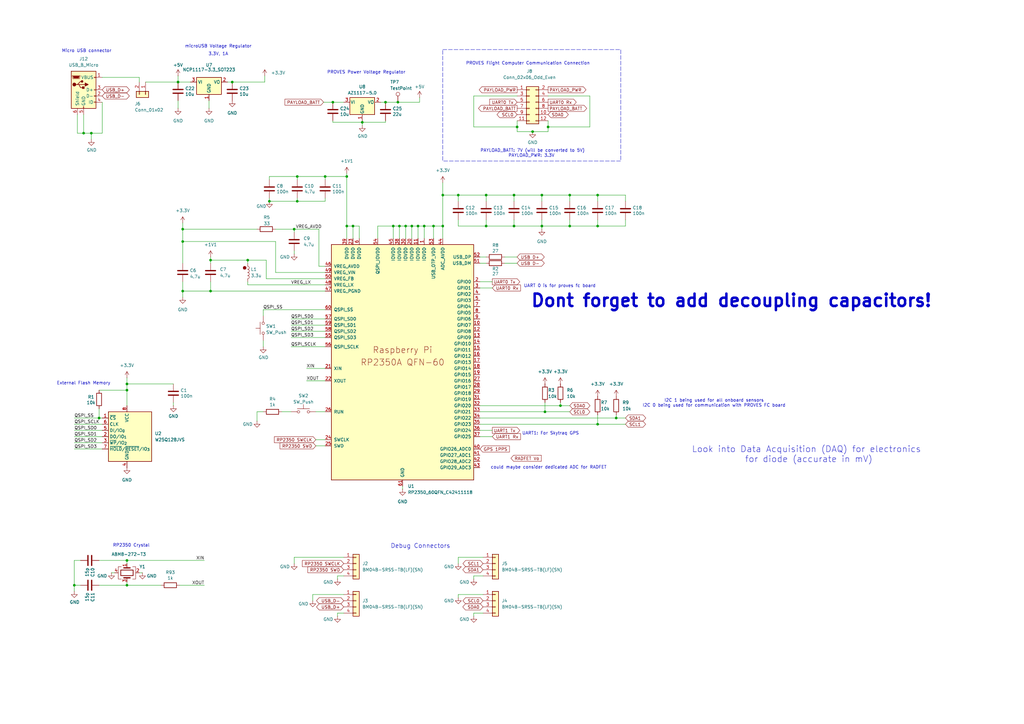
<source format=kicad_sch>
(kicad_sch (version 20250114) (generator "eeschema") (generator_version "9.0")
  (paper "A3")
  (lib_symbols
    (symbol "Connector:TestPoint" (pin_numbers (hide yes)) (pin_names (offset 0.762) (hide yes))
      (property "Reference" "TP" (at 0 6.858 0))
      (property "Value" "TestPoint" (at 0 5.08 0))
      (symbol "TestPoint_1_1"
        (pin passive line (at 0 0 90) (length 2.54) (name "1") (number "1"))
      )
    )
    (symbol "Connector:USB_B_Micro" (pin_names (offset 1.016))
      (property "Reference" "J2" (at 0 12.7 0))
      (property "Value" "USB_B_Micro" (at 0 10.16 0))
      (symbol "USB_B_Micro_1_1"
        (pin passive line (at -2.54 -10.16 90) (length 2.54) (name "Shield") (number "6"))
        (pin power_out line (at 0 -10.16 90) (length 2.54) (name "GND") (number "5"))
        (pin power_out line (at 7.62 5.08 180) (length 2.54) (name "VBUS") (number "1"))
        (pin bidirectional line (at 7.62 0 180) (length 2.54) (name "D+") (number "3"))
        (pin bidirectional line (at 7.62 -2.54 180) (length 2.54) (name "D-") (number "2"))
        (pin passive line (at 7.62 -5.08 180) (length 2.54) (name "ID") (number "4"))
      )
    )
    (symbol "Connector_Generic:Conn_01x02" (pin_names (offset 1.016) (hide yes))
      (property "Reference" "J" (at 0 2.54 0))
      (property "Value" "Conn_01x02" (at 0 -5.08 0))
      (symbol "Conn_01x02_1_1"
        (pin passive line (at -5.08 0 0) (length 3.81) (name "Pin_1") (number "1"))
        (pin passive line (at -5.08 -2.54 0) (length 3.81) (name "Pin_2") (number "2"))
      )
    )
    (symbol "Connector_Generic:Conn_01x04" (pin_names (offset 1.016) (hide yes))
      (property "Reference" "J" (at 0 5.08 0))
      (property "Value" "Conn_01x04" (at 0 -7.62 0))
      (symbol "Conn_01x04_1_1"
        (pin passive line (at -5.08 2.54 0) (length 3.81) (name "Pin_1") (number "1"))
        (pin passive line (at -5.08 0 0) (length 3.81) (name "Pin_2") (number "2"))
        (pin passive line (at -5.08 -2.54 0) (length 3.81) (name "Pin_3") (number "3"))
        (pin passive line (at -5.08 -5.08 0) (length 3.81) (name "Pin_4") (number "4"))
      )
    )
    (symbol "Connector_Generic:Conn_02x06_Odd_Even" (pin_names (offset 1.016) (hide yes))
      (property "Reference" "J" (at 1.27 7.62 0))
      (property "Value" "Conn_02x06_Odd_Even" (at 1.27 -10.16 0))
      (symbol "Conn_02x06_Odd_Even_1_1"
        (pin passive line (at -5.08 5.08 0) (length 3.81) (name "Pin_1") (number "1"))
        (pin passive line (at -5.08 2.54 0) (length 3.81) (name "Pin_3") (number "3"))
        (pin passive line (at -5.08 0 0) (length 3.81) (name "Pin_5") (number "5"))
        (pin passive line (at -5.08 -2.54 0) (length 3.81) (name "Pin_7") (number "7"))
        (pin passive line (at -5.08 -5.08 0) (length 3.81) (name "Pin_9") (number "9"))
        (pin passive line (at -5.08 -7.62 0) (length 3.81) (name "Pin_11") (number "11"))
        (pin passive line (at 7.62 5.08 180) (length 3.81) (name "Pin_2") (number "2"))
        (pin passive line (at 7.62 2.54 180) (length 3.81) (name "Pin_4") (number "4"))
        (pin passive line (at 7.62 0 180) (length 3.81) (name "Pin_6") (number "6"))
        (pin passive line (at 7.62 -2.54 180) (length 3.81) (name "Pin_8") (number "8"))
        (pin passive line (at 7.62 -5.08 180) (length 3.81) (name "Pin_10") (number "10"))
        (pin passive line (at 7.62 -7.62 180) (length 3.81) (name "Pin_12") (number "12"))
      )
    )
    (symbol "Cygnet Skywalker v1:RP2350_60QFN_C42411118" (pin_names (offset 1.016))
      (property "Reference" "U" (at -29.21 49.53 0))
      (property "Value" "RP2350_60QFN_C42411118" (at 24.13 -49.53 0))
      (symbol "RP2350_60QFN_C42411118_0_0"
        (text "Raspberry Pi" (at 0 5.08 0) (effects (font (size 2.54 2.54))))
      )
      (symbol "RP2350_60QFN_C42411118_1_0"
        (text "RP2350A QFN-60" (at 0 0 0) (effects (font (size 2.54 2.54))))
      )
      (symbol "RP2350_60QFN_C42411118_1_1"
        (pin power_in line (at -31.75 39.37 0) (length 2.54) (name "VREG_AVDD") (number "46"))
        (pin power_in line (at -31.75 36.83 0) (length 2.54) (name "VREG_VIN") (number "49"))
        (pin input line (at -31.75 34.29 0) (length 2.54) (name "VREG_FB") (number "50"))
        (pin power_out line (at -31.75 31.75 0) (length 2.54) (name "VREG_LX") (number "48"))
        (pin power_in line (at -31.75 29.21 0) (length 2.54) (name "VREG_PGND") (number "47"))
        (pin bidirectional line (at -31.75 21.59 0) (length 2.54) (name "QSPI_SS") (number "60"))
        (pin bidirectional line (at -31.75 17.78 0) (length 2.54) (name "QSPI_SD0") (number "57"))
        (pin bidirectional line (at -31.75 15.24 0) (length 2.54) (name "QSPI_SD1") (number "59"))
        (pin bidirectional line (at -31.75 12.7 0) (length 2.54) (name "QSPI_SD2") (number "58"))
        (pin bidirectional line (at -31.75 10.16 0) (length 2.54) (name "QSPI_SD3") (number "55"))
        (pin output line (at -31.75 6.35 0) (length 2.54) (name "QSPI_SCLK") (number "56"))
        (pin input line (at -31.75 -2.54 0) (length 2.54) (name "XIN") (number "21"))
        (pin passive line (at -31.75 -7.62 0) (length 2.54) (name "XOUT") (number "22"))
        (pin input line (at -31.75 -20.32 0) (length 2.54) (name "RUN") (number "26"))
        (pin output line (at -31.75 -31.75 0) (length 2.54) (name "SWCLK") (number "24"))
        (pin bidirectional line (at -31.75 -34.29 0) (length 2.54) (name "SWD") (number "25"))
        (pin power_in line (at -22.86 50.8 270) (length 2.54) (name "DVDD") (number "39"))
        (pin power_in line (at -20.32 50.8 270) (length 2.54) (name "DVDD") (number "23"))
        (pin power_in line (at -17.78 50.8 270) (length 2.54) (name "DVDD") (number "6"))
        (pin power_in line (at -10.16 50.8 270) (length 2.54) (name "QSPI_IOVDD") (number "54"))
        (pin power_in line (at -3.81 50.8 270) (length 2.54) (name "IOVDD") (number "45"))
        (pin power_in line (at -1.27 50.8 270) (length 2.54) (name "IOVDD") (number "38"))
        (pin power_in line (at 0 -50.8 90) (length 2.54) (name "GND") (number "61"))
        (pin power_in line (at 1.27 50.8 270) (length 2.54) (name "IOVDD") (number "30"))
        (pin power_in line (at 3.81 50.8 270) (length 2.54) (name "IOVDD") (number "20"))
        (pin power_in line (at 6.35 50.8 270) (length 2.54) (name "IOVDD") (number "11"))
        (pin power_in line (at 8.89 50.8 270) (length 2.54) (name "IOVDD") (number "1"))
        (pin power_in line (at 12.7 50.8 270) (length 2.54) (name "USB_OTP_VDD") (number "53"))
        (pin power_in line (at 16.51 50.8 270) (length 2.54) (name "ADC_AVDD") (number "44"))
        (pin bidirectional line (at 31.75 43.18 180) (length 2.54) (name "USB_DP") (number "52"))
        (pin bidirectional line (at 31.75 40.64 180) (length 2.54) (name "USB_DM") (number "51"))
        (pin bidirectional line (at 31.75 33.02 180) (length 2.54) (name "GPIO0") (number "2"))
        (pin bidirectional line (at 31.75 30.48 180) (length 2.54) (name "GPIO1") (number "3"))
        (pin bidirectional line (at 31.75 27.94 180) (length 2.54) (name "GPIO2") (number "4"))
        (pin bidirectional line (at 31.75 25.4 180) (length 2.54) (name "GPIO3") (number "5"))
        (pin bidirectional line (at 31.75 22.86 180) (length 2.54) (name "GPIO4") (number "7"))
        (pin bidirectional line (at 31.75 20.32 180) (length 2.54) (name "GPIO5") (number "8"))
        (pin bidirectional line (at 31.75 17.78 180) (length 2.54) (name "GPIO6") (number "9"))
        (pin bidirectional line (at 31.75 15.24 180) (length 2.54) (name "GPIO7") (number "10"))
        (pin bidirectional line (at 31.75 12.7 180) (length 2.54) (name "GPIO8") (number "12"))
        (pin bidirectional line (at 31.75 10.16 180) (length 2.54) (name "GPIO9") (number "13"))
        (pin bidirectional line (at 31.75 7.62 180) (length 2.54) (name "GPIO10") (number "14"))
        (pin bidirectional line (at 31.75 5.08 180) (length 2.54) (name "GPIO11") (number "15"))
        (pin bidirectional line (at 31.75 2.54 180) (length 2.54) (name "GPIO12") (number "16"))
        (pin bidirectional line (at 31.75 0 180) (length 2.54) (name "GPIO13") (number "17"))
        (pin bidirectional line (at 31.75 -2.54 180) (length 2.54) (name "GPIO14") (number "18"))
        (pin bidirectional line (at 31.75 -5.08 180) (length 2.54) (name "GPIO15") (number "19"))
        (pin bidirectional line (at 31.75 -7.62 180) (length 2.54) (name "GPIO16") (number "27"))
        (pin bidirectional line (at 31.75 -10.16 180) (length 2.54) (name "GPIO17") (number "28"))
        (pin bidirectional line (at 31.75 -12.7 180) (length 2.54) (name "GPIO18") (number "29"))
        (pin bidirectional line (at 31.75 -15.24 180) (length 2.54) (name "GPIO19") (number "31"))
        (pin bidirectional line (at 31.75 -17.78 180) (length 2.54) (name "GPIO20") (number "32"))
        (pin bidirectional line (at 31.75 -20.32 180) (length 2.54) (name "GPIO21") (number "33"))
        (pin bidirectional line (at 31.75 -22.86 180) (length 2.54) (name "GPIO22") (number "34"))
        (pin bidirectional line (at 31.75 -25.4 180) (length 2.54) (name "GPIO23") (number "35"))
        (pin bidirectional line (at 31.75 -27.94 180) (length 2.54) (name "GPIO24") (number "36"))
        (pin bidirectional line (at 31.75 -30.48 180) (length 2.54) (name "GPIO25") (number "37"))
        (pin bidirectional line (at 31.75 -35.56 180) (length 2.54) (name "GPIO26_ADC0") (number "40"))
        (pin bidirectional line (at 31.75 -38.1 180) (length 2.54) (name "GPIO27_ADC1") (number "41"))
        (pin bidirectional line (at 31.75 -40.64 180) (length 2.54) (name "GPIO28_ADC2") (number "42"))
        (pin bidirectional line (at 31.75 -43.18 180) (length 2.54) (name "GPIO29_ADC3") (number "43"))
      )
    )
    (symbol "Device:C" (pin_numbers (hide yes)) (pin_names (offset 0.254))
      (property "Reference" "C" (at 0.635 2.54 0))
      (property "Value" "C" (at 0.635 -2.54 0))
      (symbol "C_1_1"
        (pin passive line (at 0 3.81 270) (length 2.794) (name "~") (number "1"))
        (pin passive line (at 0 -3.81 90) (length 2.794) (name "~") (number "2"))
      )
    )
    (symbol "Device:Crystal_GND24" (pin_names (offset 1.016) (hide yes))
      (property "Reference" "Y" (at 3.175 5.08 0))
      (property "Value" "Crystal_GND24" (at 3.175 3.175 0))
      (symbol "Crystal_GND24_1_1"
        (pin passive line (at -3.81 0 0) (length 1.27) (name "1") (number "1"))
        (pin passive line (at 0 5.08 270) (length 1.27) (name "2") (number "2"))
        (pin passive line (at 0 -5.08 90) (length 1.27) (name "4") (number "4"))
        (pin passive line (at 3.81 0 180) (length 1.27) (name "3") (number "3"))
      )
    )
    (symbol "Device:L" (pin_numbers (hide yes)) (pin_names (offset 1.016) (hide yes))
      (property "Reference" "L" (at -1.27 0 90))
      (property "Value" "L" (at 1.905 0 90))
      (symbol "L_1_1"
        (pin passive line (at 0 3.81 270) (length 1.27) (name "1") (number "1"))
        (pin passive line (at 0 -3.81 90) (length 1.27) (name "2") (number "2"))
      )
    )
    (symbol "Device:R" (pin_numbers (hide yes)) (pin_names (offset 0))
      (property "Reference" "R" (at 2.032 0 90))
      (property "Value" "R" (at 0 0 90))
      (symbol "R_1_1"
        (pin passive line (at 0 3.81 270) (length 1.27) (name "~") (number "1"))
        (pin passive line (at 0 -3.81 90) (length 1.27) (name "~") (number "2"))
      )
    )
    (symbol "Memory_Flash:W25Q128JVS"
      (property "Reference" "U" (at -6.35 11.43 0))
      (property "Value" "W25Q128JVS" (at 7.62 11.43 0))
      (symbol "W25Q128JVS_1_1"
        (pin input line (at -10.16 7.62 0) (length 2.54) (name "~{CS}") (number "1"))
        (pin input line (at -10.16 5.08 0) (length 2.54) (name "CLK") (number "6"))
        (pin bidirectional line (at -10.16 2.54 0) (length 2.54) (name "DI/IO_{0}") (number "5"))
        (pin bidirectional line (at -10.16 0 0) (length 2.54) (name "DO/IO_{1}") (number "2"))
        (pin bidirectional line (at -10.16 -2.54 0) (length 2.54) (name "~{WP}/IO_{2}") (number "3"))
        (pin bidirectional line (at -10.16 -5.08 0) (length 2.54) (name "~{HOLD}/~{RESET}/IO_{3}") (number "7"))
        (pin power_in line (at 0 12.7 270) (length 2.54) (name "VCC") (number "8"))
        (pin power_in line (at 0 -12.7 90) (length 2.54) (name "GND") (number "4"))
      )
    )
    (symbol "Regulator_Linear:AZ1117-5.0" (pin_names (offset 0.254))
      (property "Reference" "U" (at -3.81 3.175 0))
      (property "Value" "AZ1117-5.0" (at 0 3.175 0))
      (symbol "AZ1117-5.0_1_1"
        (pin power_in line (at -7.62 0 0) (length 2.54) (name "VI") (number "3"))
        (pin power_in line (at 0 -7.62 90) (length 2.54) (name "GND") (number "1"))
        (pin power_out line (at 7.62 0 180) (length 2.54) (name "VO") (number "2"))
      )
    )
    (symbol "Regulator_Linear:NCP1117-3.3_SOT223"
      (property "Reference" "U" (at -3.81 3.175 0))
      (property "Value" "NCP1117-3.3_SOT223" (at 0 3.175 0))
      (symbol "NCP1117-3.3_SOT223_1_1"
        (pin power_in line (at -7.62 0 0) (length 2.54) (name "VI") (number "3"))
        (pin power_in line (at 0 -7.62 90) (length 2.54) (name "GND") (number "1"))
        (pin power_out line (at 7.62 0 180) (length 2.54) (name "VO") (number "2"))
      )
    )
    (symbol "Switch:SW_Push" (pin_numbers (hide yes)) (pin_names (offset 1.016) (hide yes))
      (property "Reference" "SW" (at 1.27 2.54 0))
      (property "Value" "SW_Push" (at 0 -1.524 0))
      (symbol "SW_Push_0_1"
        (pin passive line (at -5.08 0 0) (length 2.54) (name "1") (number "1"))
        (pin passive line (at 5.08 0 180) (length 2.54) (name "2") (number "2"))
      )
    )
    (symbol "power:+1V1" (power) (pin_numbers (hide yes)) (pin_names (offset 0) (hide yes))
      (property "Value" "+1V1" (at 0 3.556 0))
      (symbol "+1V1_1_1"
        (pin power_in line (at 0 0 90) (length 0) (name "~") (number "1"))
      )
    )
    (symbol "power:+3.3V" (power) (pin_numbers (hide yes)) (pin_names (offset 0) (hide yes))
      (property "Value" "+3.3V" (at 0 3.556 0))
      (symbol "+3.3V_1_1"
        (pin power_in line (at 0 0 90) (length 0) (name "~") (number "1"))
      )
    )
    (symbol "power:+5V" (power) (pin_numbers (hide yes)) (pin_names (offset 0) (hide yes))
      (property "Value" "+5V" (at 0 3.556 0))
      (symbol "+5V_1_1"
        (pin power_in line (at 0 0 90) (length 0) (name "~") (number "1"))
      )
    )
    (symbol "power:GND" (power) (pin_numbers (hide yes)) (pin_names (offset 0) (hide yes))
      (property "Value" "GND" (at 0 -3.81 0))
      (symbol "GND_1_1"
        (pin power_in line (at 0 0 270) (length 0) (name "~") (number "1"))
      )
    )
  )
  (rectangle (start 181.61 20.32) (end 254.635 66.04) (stroke (width 0) (type dash)))
  (circle (center 100.33 109.855) (radius 0.635) (stroke (width 0) (color 132 0 0 1)) (fill (type color) (color 132 0 0 1)))
  (text "PROVES Flight Computer Communication Connection" (at 216.535 26.035 0) (effects (font (size 1.27 1.27))))
  (text "Dont forget to add decoupling capacitors!" (at 299.974 123.444 0) (effects (font (size 5.08 5.08) (thickness 1.016) (bold yes))))
  (text "could maybe consider dedicated ADC for RADFET" (at 225.044 191.77 0) (effects (font (size 1.27 1.27))))
  (text "UART 0 is for proves fc board" (at 229.616 117.348 0) (effects (font (size 1.27 1.27))))
  (text "Look into Data Acquisition (DAQ) for electronics \nfor diode (accurate in mV)" (at 331.724 186.436 0) (effects (font (size 2.54 2.54))))
  (text "microUSB Voltage Regulator" (at 89.535 19.05 0) (effects (font (size 1.27 1.27))))
  (text "UART1: For Skytraq GPS" (at 225.806 177.8 0) (effects (font (size 1.27 1.27))))
  (text "I2C 1 being used for all onboard sensors\nI2C 0 being used for communication with PROVES FC board" (at 292.862 165.354 0) (effects (font (size 1.27 1.27))))
  (text "3.3V, 1A" (at 89.535 22.225 0) (effects (font (size 1.27 1.27))))
  (text "PAYLOAD_BATT: 7V (will be converted to 5V)\nPAYLOAD_PWR: 3.3V " (at 218.44 62.865 0) (effects (font (size 1.27 1.27))))
  (text "Micro USB connector" (at 35.56 20.955 0) (effects (font (size 1.27 1.27))))
  (text "RP2350 Crystal" (at 53.848 223.774 0) (effects (font (size 1.27 1.27))))
  (text "Debug Connectors" (at 172.466 224.028 0) (effects (font (size 1.778 1.778))))
  (text "External Flash Memory" (at 34.29 157.226 0) (effects (font (size 1.27 1.27))))
  (text "PROVES Power Voltage Regulator" (at 150.241 29.718 0) (effects (font (size 1.27 1.27))))
  (junction (at 173.99 92.71))
  (junction (at 233.68 92.71))
  (junction (at 199.39 80.01))
  (junction (at 161.29 92.71))
  (junction (at 121.92 72.39))
  (junction (at 245.11 92.71))
  (junction (at 52.07 157.48))
  (junction (at 86.36 106.68))
  (junction (at 245.11 80.01))
  (junction (at 73.025 33.655))
  (junction (at 34.29 54.61))
  (junction (at 218.44 53.975))
  (junction (at 168.91 92.71))
  (junction (at 142.24 72.39))
  (junction (at 144.78 92.71))
  (junction (at 222.25 80.01))
  (junction (at 245.11 173.99))
  (junction (at 177.8 92.71))
  (junction (at 222.25 92.71))
  (junction (at 101.6 106.68))
  (junction (at 212.09 52.07))
  (junction (at 163.195 41.91))
  (junction (at 181.61 80.01))
  (junction (at 74.93 93.98))
  (junction (at 95.25 33.655))
  (junction (at 224.79 52.07))
  (junction (at 52.07 160.02))
  (junction (at 121.92 82.55))
  (junction (at 223.52 168.91))
  (junction (at 148.59 50.165))
  (junction (at 199.39 92.71))
  (junction (at 181.61 92.71))
  (junction (at 133.35 72.39))
  (junction (at 74.93 119.38))
  (junction (at 136.525 41.91))
  (junction (at 163.83 92.71))
  (junction (at 229.87 166.37))
  (junction (at 142.24 92.71))
  (junction (at 110.49 82.55))
  (junction (at 40.64 171.45))
  (junction (at 171.45 92.71))
  (junction (at 158.115 41.91))
  (junction (at 187.96 80.01))
  (junction (at 166.37 92.71))
  (junction (at 30.48 240.03))
  (junction (at 233.68 80.01))
  (junction (at 74.93 99.06))
  (junction (at 210.82 80.01))
  (junction (at 86.36 119.38))
  (junction (at 210.82 92.71))
  (junction (at 52.07 229.87))
  (junction (at 120.65 93.98))
  (junction (at 52.07 240.03))
  (junction (at 37.465 54.61))
  (junction (at 252.73 171.45))
  (wire (pts (xy 196.85 166.37) (xy 229.87 166.37)))
  (wire (pts (xy 125.73 151.13) (xy 133.35 151.13)))
  (wire (pts (xy 59.69 33.655) (xy 73.025 33.655)))
  (wire (pts (xy 199.39 92.71) (xy 210.82 92.71)))
  (wire (pts (xy 207.01 105.41) (xy 212.09 105.41)))
  (wire (pts (xy 113.03 93.98) (xy 120.65 93.98)))
  (wire (pts (xy 173.99 92.71) (xy 171.45 92.71)))
  (wire (pts (xy 107.95 127) (xy 133.35 127)))
  (wire (pts (xy 52.07 231.14) (xy 52.07 229.87)))
  (wire (pts (xy 52.07 157.48) (xy 52.07 160.02)))
  (wire (pts (xy 233.68 168.91) (xy 223.52 168.91)))
  (wire (pts (xy 74.93 93.98) (xy 74.93 99.06)))
  (wire (pts (xy 245.11 173.99) (xy 196.85 173.99)))
  (wire (pts (xy 115.57 168.91) (xy 119.38 168.91)))
  (wire (pts (xy 108.585 31.115) (xy 108.585 33.655)))
  (wire (pts (xy 86.36 105.41) (xy 86.36 106.68)))
  (wire (pts (xy 109.22 106.68) (xy 101.6 106.68)))
  (wire (pts (xy 138.43 236.22) (xy 138.43 237.49)))
  (wire (pts (xy 181.61 80.01) (xy 181.61 92.71)))
  (wire (pts (xy 148.59 50.165) (xy 148.59 51.435)))
  (wire (pts (xy 256.54 173.99) (xy 245.11 173.99)))
  (wire (pts (xy 201.93 118.11) (xy 196.85 118.11)))
  (wire (pts (xy 245.11 170.18) (xy 245.11 173.99)))
  (wire (pts (xy 120.65 93.98) (xy 120.65 95.25)))
  (wire (pts (xy 73.025 44.45) (xy 73.025 41.275)))
  (wire (pts (xy 73.66 240.03) (xy 83.82 240.03)))
  (wire (pts (xy 172.085 41.91) (xy 172.085 40.005)))
  (wire (pts (xy 40.64 229.87) (xy 52.07 229.87)))
  (wire (pts (xy 101.6 106.68) (xy 101.6 107.95)))
  (wire (pts (xy 222.25 93.98) (xy 222.25 92.71)))
  (wire (pts (xy 233.68 92.71) (xy 245.11 92.71)))
  (wire (pts (xy 194.31 236.22) (xy 194.31 237.49)))
  (wire (pts (xy 166.37 92.71) (xy 166.37 97.79)))
  (wire (pts (xy 223.52 165.1) (xy 223.52 168.91)))
  (wire (pts (xy 107.95 139.7) (xy 107.95 142.24)))
  (wire (pts (xy 196.85 107.95) (xy 199.39 107.95)))
  (wire (pts (xy 198.12 243.84) (xy 187.96 243.84)))
  (wire (pts (xy 34.29 54.61) (xy 37.465 54.61)))
  (wire (pts (xy 187.96 243.84) (xy 187.96 245.11)))
  (wire (pts (xy 74.93 99.06) (xy 74.93 107.95)))
  (wire (pts (xy 128.27 243.84) (xy 128.27 246.38)))
  (wire (pts (xy 130.81 109.22) (xy 133.35 109.22)))
  (wire (pts (xy 30.48 181.61) (xy 41.91 181.61)))
  (wire (pts (xy 85.725 41.275) (xy 85.725 44.45)))
  (wire (pts (xy 199.39 80.01) (xy 199.39 82.55)))
  (wire (pts (xy 222.25 80.01) (xy 222.25 82.55)))
  (wire (pts (xy 196.85 171.45) (xy 252.73 171.45)))
  (wire (pts (xy 107.95 168.91) (xy 105.41 168.91)))
  (wire (pts (xy 194.31 252.73) (xy 194.31 251.46)))
  (wire (pts (xy 210.82 92.71) (xy 210.82 90.17)))
  (wire (pts (xy 52.07 240.03) (xy 66.04 240.03)))
  (wire (pts (xy 201.93 179.07) (xy 196.85 179.07)))
  (wire (pts (xy 86.36 119.38) (xy 133.35 119.38)))
  (wire (pts (xy 194.31 52.07) (xy 212.09 52.07)))
  (wire (pts (xy 30.48 176.53) (xy 41.91 176.53)))
  (wire (pts (xy 119.38 130.81) (xy 133.35 130.81)))
  (wire (pts (xy 30.48 229.87) (xy 30.48 240.03)))
  (wire (pts (xy 129.54 180.34) (xy 133.35 180.34)))
  (wire (pts (xy 138.43 251.46) (xy 138.43 252.73)))
  (wire (pts (xy 110.49 72.39) (xy 121.92 72.39)))
  (wire (pts (xy 187.96 92.71) (xy 187.96 90.17)))
  (wire (pts (xy 199.39 92.71) (xy 199.39 90.17)))
  (wire (pts (xy 105.41 168.91) (xy 105.41 172.72)))
  (wire (pts (xy 132.715 41.91) (xy 136.525 41.91)))
  (wire (pts (xy 241.935 39.37) (xy 241.935 52.07)))
  (wire (pts (xy 142.24 72.39) (xy 142.24 92.71)))
  (wire (pts (xy 52.07 154.94) (xy 52.07 157.48)))
  (wire (pts (xy 101.6 116.84) (xy 133.35 116.84)))
  (wire (pts (xy 121.92 81.28) (xy 121.92 82.55)))
  (wire (pts (xy 52.07 229.87) (xy 83.82 229.87)))
  (wire (pts (xy 224.79 52.07) (xy 224.79 53.975)))
  (wire (pts (xy 161.29 92.71) (xy 161.29 97.79)))
  (wire (pts (xy 156.21 41.91) (xy 158.115 41.91)))
  (wire (pts (xy 129.54 168.91) (xy 133.35 168.91)))
  (wire (pts (xy 163.195 41.91) (xy 172.085 41.91)))
  (wire (pts (xy 120.65 231.14) (xy 120.65 228.6)))
  (wire (pts (xy 74.93 93.98) (xy 105.41 93.98)))
  (wire (pts (xy 245.11 80.01) (xy 245.11 82.55)))
  (wire (pts (xy 86.36 106.68) (xy 101.6 106.68)))
  (wire (pts (xy 256.54 80.01) (xy 256.54 82.55)))
  (wire (pts (xy 71.12 165.1) (xy 71.12 166.37)))
  (wire (pts (xy 233.68 166.37) (xy 229.87 166.37)))
  (wire (pts (xy 198.12 228.6) (xy 187.96 228.6)))
  (wire (pts (xy 110.49 73.66) (xy 110.49 72.39)))
  (wire (pts (xy 119.38 142.24) (xy 133.35 142.24)))
  (wire (pts (xy 212.09 53.975) (xy 218.44 53.975)))
  (wire (pts (xy 74.93 99.06) (xy 113.03 99.06)))
  (wire (pts (xy 40.64 240.03) (xy 52.07 240.03)))
  (wire (pts (xy 148.59 50.165) (xy 148.59 49.53)))
  (wire (pts (xy 73.025 33.655) (xy 78.105 33.655)))
  (wire (pts (xy 133.35 73.66) (xy 133.35 72.39)))
  (wire (pts (xy 33.02 240.03) (xy 30.48 240.03)))
  (wire (pts (xy 210.82 80.01) (xy 210.82 82.55)))
  (wire (pts (xy 187.96 80.01) (xy 181.61 80.01)))
  (wire (pts (xy 30.48 171.45) (xy 40.64 171.45)))
  (wire (pts (xy 113.03 111.76) (xy 133.35 111.76)))
  (wire (pts (xy 187.96 92.71) (xy 199.39 92.71)))
  (wire (pts (xy 233.68 80.01) (xy 233.68 82.55)))
  (wire (pts (xy 74.93 115.57) (xy 74.93 119.38)))
  (wire (pts (xy 74.93 91.44) (xy 74.93 93.98)))
  (wire (pts (xy 45.72 234.95) (xy 46.99 234.95)))
  (wire (pts (xy 144.78 92.71) (xy 144.78 97.79)))
  (wire (pts (xy 222.25 92.71) (xy 233.68 92.71)))
  (wire (pts (xy 142.24 92.71) (xy 142.24 97.79)))
  (wire (pts (xy 125.73 156.21) (xy 133.35 156.21)))
  (wire (pts (xy 119.38 138.43) (xy 133.35 138.43)))
  (wire (pts (xy 37.465 54.61) (xy 41.91 54.61)))
  (wire (pts (xy 163.83 92.71) (xy 161.29 92.71)))
  (wire (pts (xy 34.29 46.99) (xy 34.29 54.61)))
  (wire (pts (xy 142.24 92.71) (xy 144.78 92.71)))
  (wire (pts (xy 93.345 33.655) (xy 95.25 33.655)))
  (wire (pts (xy 41.91 41.91) (xy 41.91 54.61)))
  (wire (pts (xy 210.82 92.71) (xy 222.25 92.71)))
  (wire (pts (xy 165.1 200.66) (xy 165.1 199.39)))
  (wire (pts (xy 154.94 97.79) (xy 154.94 92.71)))
  (wire (pts (xy 177.8 92.71) (xy 173.99 92.71)))
  (wire (pts (xy 52.07 238.76) (xy 52.07 240.03)))
  (wire (pts (xy 107.95 127) (xy 107.95 129.54)))
  (wire (pts (xy 110.49 81.28) (xy 110.49 82.55)))
  (wire (pts (xy 121.92 73.66) (xy 121.92 72.39)))
  (wire (pts (xy 110.49 82.55) (xy 121.92 82.55)))
  (wire (pts (xy 40.64 167.64) (xy 40.64 171.45)))
  (wire (pts (xy 194.31 251.46) (xy 198.12 251.46)))
  (wire (pts (xy 142.24 71.12) (xy 142.24 72.39)))
  (wire (pts (xy 187.96 80.01) (xy 199.39 80.01)))
  (wire (pts (xy 245.11 80.01) (xy 256.54 80.01)))
  (wire (pts (xy 212.09 39.37) (xy 194.31 39.37)))
  (wire (pts (xy 133.35 114.3) (xy 109.22 114.3)))
  (wire (pts (xy 198.12 236.22) (xy 194.31 236.22)))
  (wire (pts (xy 73.025 31.115) (xy 73.025 33.655)))
  (wire (pts (xy 233.68 80.01) (xy 245.11 80.01)))
  (wire (pts (xy 31.75 46.99) (xy 31.75 54.61)))
  (wire (pts (xy 86.36 107.95) (xy 86.36 106.68)))
  (wire (pts (xy 245.11 92.71) (xy 245.11 90.17)))
  (wire (pts (xy 224.79 53.975) (xy 218.44 53.975)))
  (wire (pts (xy 147.32 97.79) (xy 147.32 92.71)))
  (wire (pts (xy 33.02 229.87) (xy 30.48 229.87)))
  (wire (pts (xy 168.91 92.71) (xy 168.91 97.79)))
  (wire (pts (xy 136.525 41.91) (xy 140.97 41.91)))
  (wire (pts (xy 119.38 133.35) (xy 133.35 133.35)))
  (wire (pts (xy 233.68 92.71) (xy 233.68 90.17)))
  (wire (pts (xy 109.22 114.3) (xy 109.22 106.68)))
  (wire (pts (xy 101.6 116.84) (xy 101.6 115.57)))
  (wire (pts (xy 222.25 80.01) (xy 233.68 80.01)))
  (wire (pts (xy 30.48 184.15) (xy 41.91 184.15)))
  (wire (pts (xy 223.52 168.91) (xy 196.85 168.91)))
  (wire (pts (xy 74.93 119.38) (xy 74.93 121.92)))
  (wire (pts (xy 74.93 119.38) (xy 86.36 119.38)))
  (wire (pts (xy 30.48 240.03) (xy 30.48 242.57)))
  (wire (pts (xy 177.8 92.71) (xy 177.8 97.79)))
  (wire (pts (xy 201.93 115.57) (xy 196.85 115.57)))
  (wire (pts (xy 119.38 135.89) (xy 133.35 135.89)))
  (wire (pts (xy 154.94 92.71) (xy 161.29 92.71)))
  (wire (pts (xy 166.37 92.71) (xy 163.83 92.71)))
  (wire (pts (xy 121.92 72.39) (xy 133.35 72.39)))
  (wire (pts (xy 136.525 50.165) (xy 136.525 49.53)))
  (wire (pts (xy 158.115 50.165) (xy 148.59 50.165)))
  (wire (pts (xy 181.61 92.71) (xy 177.8 92.71)))
  (wire (pts (xy 120.65 104.14) (xy 120.65 102.87)))
  (wire (pts (xy 181.61 92.71) (xy 181.61 97.79)))
  (wire (pts (xy 30.48 179.07) (xy 41.91 179.07)))
  (wire (pts (xy 133.35 72.39) (xy 142.24 72.39)))
  (wire (pts (xy 57.15 31.75) (xy 57.15 33.655)))
  (wire (pts (xy 121.92 82.55) (xy 133.35 82.55)))
  (wire (pts (xy 171.45 92.71) (xy 171.45 97.79)))
  (wire (pts (xy 187.96 228.6) (xy 187.96 231.14)))
  (wire (pts (xy 57.15 234.95) (xy 58.42 234.95)))
  (wire (pts (xy 256.54 92.71) (xy 256.54 90.17)))
  (wire (pts (xy 52.07 157.48) (xy 71.12 157.48)))
  (wire (pts (xy 194.31 39.37) (xy 194.31 52.07)))
  (wire (pts (xy 120.65 93.98) (xy 130.81 93.98)))
  (wire (pts (xy 158.115 41.91) (xy 163.195 41.91)))
  (wire (pts (xy 201.93 176.53) (xy 196.85 176.53)))
  (wire (pts (xy 168.91 92.71) (xy 166.37 92.71)))
  (wire (pts (xy 108.585 33.655) (xy 95.25 33.655)))
  (wire (pts (xy 136.525 50.165) (xy 148.59 50.165)))
  (wire (pts (xy 120.65 228.6) (xy 140.97 228.6)))
  (wire (pts (xy 140.97 243.84) (xy 128.27 243.84)))
  (wire (pts (xy 37.465 54.61) (xy 37.465 57.15)))
  (wire (pts (xy 199.39 80.01) (xy 210.82 80.01)))
  (wire (pts (xy 256.54 171.45) (xy 252.73 171.45)))
  (wire (pts (xy 171.45 92.71) (xy 168.91 92.71)))
  (wire (pts (xy 40.64 160.02) (xy 52.07 160.02)))
  (wire (pts (xy 144.78 92.71) (xy 147.32 92.71)))
  (wire (pts (xy 222.25 92.71) (xy 222.25 90.17)))
  (wire (pts (xy 41.91 31.75) (xy 57.15 31.75)))
  (wire (pts (xy 224.79 39.37) (xy 241.935 39.37)))
  (wire (pts (xy 187.96 80.01) (xy 187.96 82.55)))
  (wire (pts (xy 224.79 49.53) (xy 224.79 52.07)))
  (wire (pts (xy 52.07 160.02) (xy 52.07 166.37)))
  (wire (pts (xy 196.85 105.41) (xy 199.39 105.41)))
  (wire (pts (xy 133.35 82.55) (xy 133.35 81.28)))
  (wire (pts (xy 40.64 171.45) (xy 41.91 171.45)))
  (wire (pts (xy 31.75 54.61) (xy 34.29 54.61)))
  (wire (pts (xy 245.11 92.71) (xy 256.54 92.71)))
  (wire (pts (xy 252.73 170.18) (xy 252.73 171.45)))
  (wire (pts (xy 140.97 236.22) (xy 138.43 236.22)))
  (wire (pts (xy 140.97 251.46) (xy 138.43 251.46)))
  (wire (pts (xy 158.115 50.165) (xy 158.115 49.53)))
  (wire (pts (xy 229.87 165.1) (xy 229.87 166.37)))
  (wire (pts (xy 113.03 99.06) (xy 113.03 111.76)))
  (wire (pts (xy 241.935 52.07) (xy 224.79 52.07)))
  (wire (pts (xy 163.83 92.71) (xy 163.83 97.79)))
  (wire (pts (xy 210.82 80.01) (xy 222.25 80.01)))
  (wire (pts (xy 173.99 92.71) (xy 173.99 97.79)))
  (wire (pts (xy 30.48 173.99) (xy 41.91 173.99)))
  (wire (pts (xy 207.01 107.95) (xy 212.09 107.95)))
  (wire (pts (xy 212.09 52.07) (xy 212.09 53.975)))
  (wire (pts (xy 130.81 93.98) (xy 130.81 109.22)))
  (wire (pts (xy 129.54 182.88) (xy 133.35 182.88)))
  (wire (pts (xy 181.61 74.93) (xy 181.61 80.01)))
  (wire (pts (xy 86.36 115.57) (xy 86.36 119.38)))
  (wire (pts (xy 212.09 49.53) (xy 212.09 52.07)))
  (label "QSPI_SD1" (at 30.48 179.07 0))
  (label "XOUT" (at 83.82 240.03 180))
  (label "QSPI_SD0" (at 119.38 130.81 0))
  (label "QSPI_SS" (at 107.95 127 0))
  (label "VREG_AVDD" (at 121.285 93.98 0))
  (label "QSPI_SCLK" (at 30.48 173.99 0))
  (label "QSPI_SD3" (at 119.38 138.43 0))
  (label "XOUT" (at 125.73 156.21 0))
  (label "XIN" (at 125.73 151.13 0))
  (label "QSPI_SS" (at 30.48 171.45 0))
  (label "VREG_LX" (at 119.38 116.84 0))
  (label "QSPI_SD0" (at 30.48 176.53 0))
  (label "QSPI_SCLK" (at 119.38 142.24 0))
  (label "QSPI_SD3" (at 30.48 184.15 0))
  (label "XIN" (at 83.82 229.87 180))
  (label "QSPI_SD1" (at 119.38 133.35 0))
  (label "QSPI_SD2" (at 30.48 181.61 0))
  (label "QSPI_SD2" (at 119.38 135.89 0))
  (global_label "PAYLOAD_PWR" (shape output) (at 212.09 36.83 180) (property "Intersheetrefs" "${INTERSHEET_REFS}" (effects (hide yes))))
  (global_label "UART0 Rx" (shape output) (at 224.79 41.91 0) (property "Intersheetrefs" "${INTERSHEET_REFS}" (effects (hide yes))))
  (global_label "PAYLOAD_PWR" (shape output) (at 224.79 36.83 0) (property "Intersheetrefs" "${INTERSHEET_REFS}" (effects (hide yes))))
  (global_label "PAYLOAD_BATT" (shape output) (at 212.09 44.45 180) (property "Intersheetrefs" "${INTERSHEET_REFS}" (effects (hide yes))))
  (global_label "SDA1" (shape bidirectional) (at 198.12 233.68 180) (property "Intersheetrefs" "${INTERSHEET_REFS}" (effects (hide yes))))
  (global_label "SCL0" (shape bidirectional) (at 212.09 46.99 180) (property "Intersheetrefs" "${INTERSHEET_REFS}" (effects (hide yes))))
  (global_label "USB_D+" (shape bidirectional) (at 140.97 248.92 180) (effects (font (thickness 0.1588))) (property "Intersheetrefs" "${INTERSHEET_REFS}" (effects (hide yes))))
  (global_label "USB D+" (shape bidirectional) (at 212.09 105.41 0) (property "Intersheetrefs" "${INTERSHEET_REFS}" (effects (hide yes))))
  (global_label "RP2350 SWD" (shape input) (at 140.97 233.68 180) (property "Intersheetrefs" "${INTERSHEET_REFS}" (effects (hide yes))))
  (global_label "UART0 Rx" (shape input) (at 201.93 118.11 0) (property "Intersheetrefs" "${INTERSHEET_REFS}" (effects (hide yes))))
  (global_label "RP2350 SWCLK" (shape input) (at 129.54 180.34 180) (property "Intersheetrefs" "${INTERSHEET_REFS}" (effects (hide yes))))
  (global_label "SCL0" (shape bidirectional) (at 233.68 168.91 0) (property "Intersheetrefs" "${INTERSHEET_REFS}" (effects (hide yes))))
  (global_label "RP2350 SWD" (shape input) (at 129.54 182.88 180) (property "Intersheetrefs" "${INTERSHEET_REFS}" (effects (hide yes))))
  (global_label "USB_D-" (shape bidirectional) (at 140.97 246.38 180) (effects (font (thickness 0.1588))) (property "Intersheetrefs" "${INTERSHEET_REFS}" (effects (hide yes))))
  (global_label "SDA0" (shape bidirectional) (at 233.68 166.37 0) (property "Intersheetrefs" "${INTERSHEET_REFS}" (effects (hide yes))))
  (global_label "UART1 Tx" (shape output) (at 201.93 176.53 0) (property "Intersheetrefs" "${INTERSHEET_REFS}" (effects (hide yes))))
  (global_label "SDA1" (shape bidirectional) (at 256.54 171.45 0) (property "Intersheetrefs" "${INTERSHEET_REFS}" (effects (hide yes))))
  (global_label "UART1 Rx" (shape input) (at 201.93 179.07 0) (property "Intersheetrefs" "${INTERSHEET_REFS}" (effects (hide yes))))
  (global_label "UART0 Tx" (shape input) (at 212.09 41.91 180) (property "Intersheetrefs" "${INTERSHEET_REFS}" (effects (hide yes))))
  (global_label "SCL0" (shape bidirectional) (at 198.12 246.38 180) (property "Intersheetrefs" "${INTERSHEET_REFS}" (effects (hide yes))))
  (global_label "SDA0" (shape bidirectional) (at 224.79 46.99 0) (property "Intersheetrefs" "${INTERSHEET_REFS}" (effects (hide yes))))
  (global_label "USB_D-" (shape bidirectional) (at 41.91 39.37 0) (effects (font (thickness 0.1588))) (property "Intersheetrefs" "${INTERSHEET_REFS}" (effects (hide yes))))
  (global_label "RP2350 SWCLK" (shape input) (at 140.97 231.14 180) (property "Intersheetrefs" "${INTERSHEET_REFS}" (effects (hide yes))))
  (global_label "PAYLOAD_BATT" (shape output) (at 224.79 44.45 0) (property "Intersheetrefs" "${INTERSHEET_REFS}" (effects (hide yes))))
  (global_label "UART0 Tx" (shape output) (at 201.93 115.57 0) (property "Intersheetrefs" "${INTERSHEET_REFS}" (effects (hide yes))))
  (global_label "PAYLOAD_BATT" (shape input) (at 132.715 41.91 180) (property "Intersheetrefs" "${INTERSHEET_REFS}" (effects (hide yes))))
  (global_label "SDA0" (shape bidirectional) (at 198.12 248.92 180) (property "Intersheetrefs" "${INTERSHEET_REFS}" (effects (hide yes))))
  (global_label "USB_D+" (shape bidirectional) (at 41.91 36.83 0) (effects (font (thickness 0.1588))) (property "Intersheetrefs" "${INTERSHEET_REFS}" (effects (hide yes))))
  (global_label "SCL1" (shape bidirectional) (at 198.12 231.14 180) (property "Intersheetrefs" "${INTERSHEET_REFS}" (effects (hide yes))))
  (global_label "USB D-" (shape bidirectional) (at 212.09 107.95 0) (property "Intersheetrefs" "${INTERSHEET_REFS}" (effects (hide yes))))
  (global_label "RADFET Vo" (shape input) (at 209.55 187.96 0) (property "Intersheetrefs" "${INTERSHEET_REFS}" (effects (hide yes))))
  (global_label "SCL1" (shape bidirectional) (at 256.54 173.99 0) (property "Intersheetrefs" "${INTERSHEET_REFS}" (effects (hide yes))))
  (global_label "GPS 1PPS" (shape input) (at 196.85 184.15 0) (property "Intersheetrefs" "${INTERSHEET_REFS}" (effects (hide yes))))
  (symbol (lib_id "Device:R") (at 203.2 105.41 270) (unit 1)
    (property "Reference" "R8" (at 203.2 100.584 90))
    (property "Value" "27" (at 203.2 102.8954 90))
    (property "Footprint" "Resistor_SMD:R_0402_1005Metric" (effects (hide yes)))
  )
  (symbol (lib_id "Device:C") (at 187.96 86.36 0) (unit 1)
    (property "Reference" "C12" (at 190.881 85.1916 0) (effects (justify left)))
    (property "Value" "100n" (at 190.881 87.503 0) (effects (justify left)))
  )
  (symbol (lib_id "Device:C") (at 199.39 86.36 0) (unit 1)
    (property "Reference" "C13" (at 202.311 85.1916 0) (effects (justify left)))
    (property "Value" "100n" (at 202.311 87.503 0) (effects (justify left)))
  )
  (symbol (lib_id "Device:C") (at 210.82 86.36 0) (unit 1)
    (property "Reference" "C14" (at 213.741 85.1916 0) (effects (justify left)))
    (property "Value" "100n" (at 213.741 87.503 0) (effects (justify left)))
  )
  (symbol (lib_id "Device:C") (at 222.25 86.36 0) (unit 1)
    (property "Reference" "C15" (at 225.171 85.1916 0) (effects (justify left)))
    (property "Value" "100n" (at 225.171 87.503 0) (effects (justify left)))
  )
  (symbol (lib_id "Device:C") (at 233.68 86.36 0) (unit 1)
    (property "Reference" "C16" (at 236.601 85.1916 0) (effects (justify left)))
    (property "Value" "100n" (at 236.601 87.503 0) (effects (justify left)))
  )
  (symbol (lib_id "Device:C") (at 245.11 86.36 0) (unit 1)
    (property "Reference" "C17" (at 248.031 85.1916 0) (effects (justify left)))
    (property "Value" "100n" (at 248.031 87.503 0) (effects (justify left)))
  )
  (symbol (lib_id "Device:R") (at 40.64 163.83 0) (unit 1)
    (property "Reference" "R1" (at 37.338 162.814 0))
    (property "Value" "10k" (at 37.338 165.1254 0))
    (property "Footprint" "Resistor_SMD:R_0402_1005Metric" (effects (hide yes)))
  )
  (symbol (lib_id "Device:C") (at 136.525 45.72 0) (unit 1)
    (property "Reference" "C24" (at 139.446 44.5516 0) (effects (justify left)))
    (property "Value" "10u" (at 139.446 46.863 0) (effects (justify left)))
    (property "Footprint" "Capacitor_SMD:C_0805_2012Metric" (effects (hide yes)))
  )
  (symbol (lib_id "Regulator_Linear:AZ1117-5.0") (at 148.59 41.91 0) (unit 1)
    (property "Reference" "U8" (at 148.59 35.56 0))
    (property "Value" "AZ1117-5.0" (at 148.59 38.1 0))
    (property "Footprint" "1my_footprints:AZ1117I-5.0" (effects (hide yes)))
    (property "Datasheet" "https://www.diodes.com/assets/Datasheets/AZ1117.pdf" (effects (hide yes)))
    (property "Description" "1A 20V Fixed LDO Linear Regulator, 5.0V, SOT-89/SOT-223/TO-220/TO-252/TO-263" (effects (hide yes)))
  )
  (symbol (lib_id "Device:C") (at 73.025 37.465 0) (unit 1)
    (property "Reference" "C22" (at 75.946 36.2966 0) (effects (justify left)))
    (property "Value" "10u" (at 75.946 38.608 0) (effects (justify left)))
    (property "Footprint" "Capacitor_SMD:C_0805_2012Metric" (effects (hide yes)))
  )
  (symbol (lib_id "power:GND") (at 194.31 237.49 0) (unit 1)
    (property "Reference" "#PWR027" (effects (hide yes)))
    (property "Value" "GND" (at 190.5 238.76 0))
  )
  (symbol (lib_id "Memory_Flash:W25Q128JVS") (at 52.07 179.07 0) (unit 1)
    (property "Reference" "U2" (at 63.5 177.7999 0) (effects (justify left)))
    (property "Value" "W25Q128JVS" (at 63.5 180.3399 0) (effects (justify left)))
    (property "Footprint" "Package_SO:SOIC-8_5.3x5.3mm_P1.27mm" (effects (hide yes)))
    (property "Datasheet" "https://www.winbond.com/resource-files/w25q128jv_dtr%20revc%2003272018%20plus.pdf" (effects (hide yes)))
    (property "Description" "128Mbit / 16MiB Serial Flash Memory, Standard/Dual/Quad SPI, 2.7-3.6V, SOIC-8" (effects (hide yes)))
  )
  (symbol (lib_id "Device:C") (at 133.35 77.47 0) (unit 1)
    (property "Reference" "C11" (at 136.271 76.3016 0) (effects (justify left)))
    (property "Value" "100n" (at 136.271 78.613 0) (effects (justify left)))
  )
  (symbol (lib_id "power:GND") (at 187.96 231.14 0) (unit 1)
    (property "Reference" "#PWR028" (effects (hide yes)))
    (property "Value" "GND" (at 184.15 232.41 0))
  )
  (symbol (lib_id "power:+3.3V") (at 245.11 162.56 0) (unit 1)
    (property "Reference" "#PWR042" (effects (hide yes)))
    (property "Value" "+3.3V" (at 245.11 157.48 0))
    (property "Description" "Power symbol creates a global label with name \"+3.3V\"" (effects (hide yes)))
  )
  (symbol (lib_id "power:GND") (at 58.42 234.95 0) (unit 1)
    (property "Reference" "#PWR079" (effects (hide yes)))
    (property "Value" "GND" (at 62.23 236.22 0))
  )
  (symbol (lib_id "Device:R") (at 252.73 166.37 0) (unit 1)
    (property "Reference" "R9" (at 255.27 165.0999 0) (effects (justify left)))
    (property "Value" "10k" (at 255.27 167.6399 0) (effects (justify left)))
    (property "Description" "Resistor" (effects (hide yes)))
  )
  (symbol (lib_id "Device:R") (at 111.76 168.91 270) (unit 1)
    (property "Reference" "R4" (at 111.76 163.6522 90))
    (property "Value" "1k" (at 111.76 165.9636 90))
    (property "Footprint" "Resistor_SMD:R_0402_1005Metric" (effects (hide yes)))
  )
  (symbol (lib_id "Device:R") (at 245.11 166.37 0) (unit 1)
    (property "Reference" "R7" (at 246.38 165.0999 0) (effects (justify left)))
    (property "Value" "10k" (at 246.38 167.6399 0) (effects (justify left)))
    (property "Description" "Resistor" (effects (hide yes)))
  )
  (symbol (lib_id "power:GND") (at 107.95 142.24 0) (unit 1)
    (property "Reference" "#PWR017" (effects (hide yes)))
    (property "Value" "GND" (at 108.077 146.6342 0))
  )
  (symbol (lib_id "power:GND") (at 120.65 104.14 0) (unit 1)
    (property "Reference" "#PWR019" (effects (hide yes)))
    (property "Value" "GND" (at 116.84 105.41 0))
  )
  (symbol (lib_id "power:+3.3V") (at 229.87 157.48 0) (unit 1)
    (property "Reference" "#PWR041" (effects (hide yes)))
    (property "Value" "+3.3V" (at 229.87 152.4 0))
    (property "Description" "Power symbol creates a global label with name \"+3.3V\"" (effects (hide yes)))
  )
  (symbol (lib_id "Device:C") (at 256.54 86.36 0) (unit 1)
    (property "Reference" "C18" (at 259.461 85.1916 0) (effects (justify left)))
    (property "Value" "100n" (at 259.461 87.503 0) (effects (justify left)))
  )
  (symbol (lib_id "Device:R") (at 223.52 161.29 0) (unit 1)
    (property "Reference" "R3" (at 224.79 160.0199 0) (effects (justify left)))
    (property "Value" "10k" (at 224.79 162.5599 0) (effects (justify left)))
    (property "Description" "Resistor" (effects (hide yes)))
  )
  (symbol (lib_id "Switch:SW_Push") (at 124.46 168.91 0) (unit 1)
    (property "Reference" "SW2" (at 124.46 162.2892 0))
    (property "Value" "SW_Push" (at 124.46 164.8261 0))
    (property "Footprint" "Button_Switch_SMD:SW_Push_1P1T_NO_Vertical_Wuerth_434133025816" (effects (hide yes)))
  )
  (symbol (lib_id "power:GND") (at 165.1 200.66 0) (unit 1)
    (property "Reference" "#PWR011" (effects (hide yes)))
    (property "Value" "GND" (at 165.1 205.74 0))
    (property "Description" "Power symbol creates a global label with name \"GND\" , ground" (effects (hide yes)))
  )
  (symbol (lib_id "power:+5V") (at 172.085 40.005 0) (unit 1)
    (property "Reference" "#PWR033" (effects (hide yes)))
    (property "Value" "+5V" (at 172.085 35.56 0))
    (property "Description" "Power symbol creates a global label with name \"+5V\"" (effects (hide yes)))
  )
  (symbol (lib_id "power:GND") (at 218.44 53.975 0) (unit 1)
    (property "Reference" "#PWR032" (effects (hide yes)))
    (property "Value" "GND" (at 218.44 58.42 0))
    (property "Description" "Power symbol creates a global label with name \"GND\" , ground" (effects (hide yes)))
  )
  (symbol (lib_id "Device:R") (at 109.22 93.98 90) (unit 1)
    (property "Reference" "R5" (at 110.744 89.154 90) (effects (justify left)))
    (property "Value" "33" (at 110.744 91.694 90) (effects (justify left)))
  )
  (symbol (lib_id "Device:C") (at 74.93 111.76 0) (unit 1)
    (property "Reference" "C6" (at 77.851 110.9253 0) (effects (justify left)))
    (property "Value" "4.7u" (at 77.851 113.4622 0) (effects (justify left)))
  )
  (symbol (lib_id "power:GND") (at 52.07 191.77 0) (unit 1)
    (property "Reference" "#PWR07" (effects (hide yes)))
    (property "Value" "GND" (at 52.07 196.85 0))
    (property "Description" "Power symbol creates a global label with name \"GND\" , ground" (effects (hide yes)))
  )
  (symbol (lib_id "power:+3.3V") (at 252.73 162.56 0) (unit 1)
    (property "Reference" "#PWR043" (effects (hide yes)))
    (property "Value" "+3.3V" (at 252.73 157.48 0))
    (property "Description" "Power symbol creates a global label with name \"+3.3V\"" (effects (hide yes)))
  )
  (symbol (lib_id "Device:C") (at 158.115 45.72 0) (unit 1)
    (property "Reference" "C25" (at 161.036 44.5516 0) (effects (justify left)))
    (property "Value" "22u" (at 161.036 46.863 0) (effects (justify left)))
    (property "Footprint" "Capacitor_SMD:C_1206_3216Metric" (effects (hide yes)))
  )
  (symbol (lib_id "Connector_Generic:Conn_01x04") (at 146.05 246.38 0) (unit 1)
    (property "Reference" "J3" (at 148.59 246.3799 0) (effects (justify left)))
    (property "Value" "BM04B-SRSS-TB(LF)(SN)" (at 148.59 248.9199 0) (effects (justify left)))
    (property "Footprint" "Skywalkerfeet:BM04B-SRSS-TB(LF)(SN)" (effects (hide yes)))
    (property "Description" "Generic connector, single row, 01x04, script generated (kicad-library-utils/schlib/autogen/connector/)" (effects (hide yes)))
  )
  (symbol (lib_id "power:GND") (at 187.96 245.11 0) (unit 1)
    (property "Reference" "#PWR026" (effects (hide yes)))
    (property "Value" "GND" (at 184.15 246.38 0))
  )
  (symbol (lib_id "Device:C") (at 86.36 111.76 0) (unit 1)
    (property "Reference" "C7" (at 90.17 110.49 0) (effects (justify left)))
    (property "Value" "4.7u" (at 90.17 113.03 0) (effects (justify left)))
  )
  (symbol (lib_id "Connector_Generic:Conn_01x04") (at 203.2 246.38 0) (unit 1)
    (property "Reference" "J4" (at 205.74 246.3799 0) (effects (justify left)))
    (property "Value" "BM04B-SRSS-TB(LF)(SN)" (at 205.74 248.9199 0) (effects (justify left)))
    (property "Footprint" "Skywalkerfeet:BM04B-SRSS-TB(LF)(SN)" (effects (hide yes)))
    (property "Description" "Generic connector, single row, 01x04, script generated (kicad-library-utils/schlib/autogen/connector/)" (effects (hide yes)))
  )
  (symbol (lib_id "power:GND") (at 74.93 121.92 0) (unit 1)
    (property "Reference" "#PWR08" (effects (hide yes)))
    (property "Value" "GND" (at 74.93 127 0))
    (property "Description" "Power symbol creates a global label with name \"GND\" , ground" (effects (hide yes)))
  )
  (symbol (lib_id "power:GND") (at 95.25 41.275 0) (unit 1)
    (property "Reference" "#PWR031" (effects (hide yes)))
    (property "Value" "GND" (at 95.25 46.355 0))
    (property "Description" "Power symbol creates a global label with name \"GND\" , ground" (effects (hide yes)))
  )
  (symbol (lib_id "power:GND") (at 110.49 82.55 0) (unit 1)
    (property "Reference" "#PWR03" (effects (hide yes)))
    (property "Value" "GND" (at 107.188 84.582 0))
    (property "Description" "Power symbol creates a global label with name \"GND\" , ground" (effects (hide yes)))
  )
  (symbol (lib_id "power:GND") (at 73.025 44.45 0) (unit 1)
    (property "Reference" "#PWR087" (effects (hide yes)))
    (property "Value" "GND" (at 73.025 49.53 0))
    (property "Description" "Power symbol creates a global label with name \"GND\" , ground" (effects (hide yes)))
  )
  (symbol (lib_id "Device:C") (at 120.65 99.06 0) (unit 1)
    (property "Reference" "C9" (at 124.46 97.79 0) (effects (justify left)))
    (property "Value" "4.7u" (at 124.46 100.33 0) (effects (justify left)))
  )
  (symbol (lib_id "Device:C") (at 36.83 229.87 270) (unit 1)
    (property "Reference" "C10" (at 37.9984 232.791 0) (effects (justify left)))
    (property "Value" "15p" (at 35.687 232.791 0) (effects (justify left)))
  )
  (symbol (lib_id "power:GND") (at 37.465 57.15 0) (unit 1)
    (property "Reference" "#PWR0111" (effects (hide yes)))
    (property "Value" "GND" (at 37.592 61.5442 0))
  )
  (symbol (lib_id "power:GND") (at 194.31 252.73 0) (unit 1)
    (property "Reference" "#PWR025" (effects (hide yes)))
    (property "Value" "GND" (at 190.5 254 0))
  )
  (symbol (lib_id "power:GND") (at 85.725 44.45 0) (unit 1)
    (property "Reference" "#PWR013" (effects (hide yes)))
    (property "Value" "GND" (at 85.725 49.53 0))
    (property "Description" "Power symbol creates a global label with name \"GND\" , ground" (effects (hide yes)))
  )
  (symbol (lib_id "Connector_Generic:Conn_01x02") (at 59.69 38.735 270) (unit 1)
    (property "Reference" "J6" (at 55.245 42.545 90) (effects (justify left)))
    (property "Value" "Conn_01x02" (at 55.245 45.085 90) (effects (justify left)))
    (property "Footprint" "1my_footprints:HDR-TH_2P-P2.54-V-M" (effects (hide yes)))
    (property "Description" "Generic connector, single row, 01x02, script generated (kicad-library-utils/schlib/autogen/connector/)" (effects (hide yes)))
  )
  (symbol (lib_id "Device:C") (at 95.25 37.465 0) (unit 1)
    (property "Reference" "C23" (at 98.171 36.2966 0) (effects (justify left)))
    (property "Value" "10u" (at 98.171 38.608 0) (effects (justify left)))
    (property "Footprint" "Capacitor_SMD:C_0805_2012Metric" (effects (hide yes)))
  )
  (symbol (lib_id "Device:R") (at 69.85 240.03 270) (unit 1)
    (property "Reference" "R93" (at 69.85 234.7722 90))
    (property "Value" "1k" (at 69.85 237.0836 90))
  )
  (symbol (lib_id "power:GND") (at 45.72 234.95 0) (unit 1)
    (property "Reference" "#PWR055" (effects (hide yes)))
    (property "Value" "GND" (at 41.91 236.22 0))
  )
  (symbol (lib_id "power:+5V") (at 73.025 31.115 0) (unit 1)
    (property "Reference" "#PWR012" (effects (hide yes)))
    (property "Value" "+5V" (at 73.025 26.67 0))
    (property "Description" "Power symbol creates a global label with name \"+5V\"" (effects (hide yes)))
  )
  (symbol (lib_id "power:+3.3V") (at 52.07 154.94 0) (unit 1)
    (property "Reference" "#PWR09" (effects (hide yes)))
    (property "Value" "+3.3V" (at 52.07 149.86 0))
    (property "Description" "Power symbol creates a global label with name \"+3.3V\"" (effects (hide yes)))
  )
  (symbol (lib_id "power:GND") (at 138.43 252.73 0) (unit 1)
    (property "Reference" "#PWR018" (effects (hide yes)))
    (property "Value" "GND" (at 134.62 254 0))
  )
  (symbol (lib_id "Device:C") (at 110.49 77.47 0) (unit 1)
    (property "Reference" "C8" (at 113.411 76.3016 0) (effects (justify left)))
    (property "Value" "100n" (at 113.411 78.613 0) (effects (justify left)))
  )
  (symbol (lib_id "power:+1V1") (at 86.36 105.41 0) (unit 1)
    (property "Reference" "#PWR05" (effects (hide yes)))
    (property "Value" "+1V1" (at 86.36 100.33 0))
    (property "Description" "Power symbol creates a global label with name \"+1V1\"" (effects (hide yes)))
  )
  (symbol (lib_id "power:GND") (at 128.27 246.38 0) (unit 1)
    (property "Reference" "#PWR020" (effects (hide yes)))
    (property "Value" "GND" (at 124.46 247.65 0))
  )
  (symbol (lib_id "power:GND") (at 222.25 93.98 0) (unit 1)
    (property "Reference" "#PWR01" (effects (hide yes)))
    (property "Value" "GND" (at 222.25 99.06 0))
    (property "Description" "Power symbol creates a global label with name \"GND\" , ground" (effects (hide yes)))
  )
  (symbol (lib_id "power:+3.3V") (at 74.93 91.44 0) (unit 1)
    (property "Reference" "#PWR06" (effects (hide yes)))
    (property "Value" "+3.3V" (at 74.93 86.36 0))
    (property "Description" "Power symbol creates a global label with name \"+3.3V\"" (effects (hide yes)))
  )
  (symbol (lib_id "power:GND") (at 71.12 166.37 0) (unit 1)
    (property "Reference" "#PWR010" (effects (hide yes)))
    (property "Value" "GND" (at 71.12 170.688 0))
    (property "Description" "Power symbol creates a global label with name \"GND\" , ground" (effects (hide yes)))
  )
  (symbol (lib_id "Connector_Generic:Conn_01x04") (at 203.2 231.14 0) (unit 1)
    (property "Reference" "J5" (at 205.74 231.1399 0) (effects (justify left)))
    (property "Value" "BM04B-SRSS-TB(LF)(SN)" (at 205.74 233.6799 0) (effects (justify left)))
    (property "Footprint" "Skywalkerfeet:BM04B-SRSS-TB(LF)(SN)" (effects (hide yes)))
    (property "Description" "Generic connector, single row, 01x04, script generated (kicad-library-utils/schlib/autogen/connector/)" (effects (hide yes)))
  )
  (symbol (lib_id "Switch:SW_Push") (at 107.95 134.62 90) (unit 1)
    (property "Reference" "SW1" (at 109.093 133.7853 90) (effects (justify right)))
    (property "Value" "SW_Push" (at 109.093 136.3222 90) (effects (justify right)))
    (property "Footprint" "Button_Switch_SMD:SW_Push_1P1T_NO_Vertical_Wuerth_434133025816" (effects (hide yes)))
  )
  (symbol (lib_id "Device:C") (at 121.92 77.47 0) (unit 1)
    (property "Reference" "C10" (at 124.841 76.3016 0) (effects (justify left)))
    (property "Value" "4.7u" (at 124.841 78.613 0) (effects (justify left)))
  )
  (symbol (lib_id "Cygnet Skywalker v1:RP2350_60QFN_C42411118") (at 165.1 148.59 0) (unit 1)
    (property "Reference" "U1" (at 167.2433 199.39 0) (effects (justify left)))
    (property "Value" "RP2350_60QFN_C42411118" (at 167.2433 201.93 0) (effects (justify left)))
    (property "Footprint" "Skywalkerfeet:RP2350-QFN-60-1EP_7x7_P0.4mm_EP3.4x3.4mm_ThermalVias" (effects (hide yes)))
  )
  (symbol (lib_id "Device:C") (at 71.12 161.29 0) (unit 1)
    (property "Reference" "C1" (at 74.041 160.1216 0) (effects (justify left)))
    (property "Value" "100n" (at 74.041 162.433 0) (effects (justify left)))
  )
  (symbol (lib_id "power:GND") (at 120.65 231.14 0) (unit 1)
    (property "Reference" "#PWR014" (effects (hide yes)))
    (property "Value" "GND" (at 116.84 232.41 0))
  )
  (symbol (lib_id "Connector:TestPoint") (at 163.195 41.91 0) (unit 1)
    (property "Reference" "TP7" (at 160.02 33.655 0) (effects (justify left)))
    (property "Value" "TestPoint" (at 160.02 36.195 0) (effects (justify left)))
    (property "Footprint" "1my_footprints:TH_BD3.2-D2.0" (effects (hide yes)))
    (property "Description" "test point" (effects (hide yes)))
  )
  (symbol (lib_id "Device:L") (at 101.6 111.76 0) (unit 1)
    (property "Reference" "L1" (at 102.87 110.49 0) (effects (justify left)))
    (property "Value" "3.3u" (at 102.87 113.03 0) (effects (justify left)))
  )
  (symbol (lib_id "Device:Crystal_GND24") (at 52.07 234.95 270) (unit 1)
    (property "Reference" "Y1" (at 57.15 232.41 90) (effects (justify left)))
    (property "Value" "ABM8-272-T3" (at 45.72 227.33 90) (effects (justify left)))
    (property "Footprint" "Skywalkerfeet:ABM8-272-T3" (effects (hide yes)))
  )
  (symbol (lib_id "power:GND") (at 148.59 51.435 0) (unit 1)
    (property "Reference" "#PWR0116" (effects (hide yes)))
    (property "Value" "GND" (at 148.717 55.8292 0))
  )
  (symbol (lib_id "power:GND") (at 138.43 237.49 0) (unit 1)
    (property "Reference" "#PWR016" (effects (hide yes)))
    (property "Value" "GND" (at 134.62 238.76 0))
  )
  (symbol (lib_id "Device:R") (at 229.87 161.29 0) (unit 1)
    (property "Reference" "R6" (at 232.41 160.0199 0) (effects (justify left)))
    (property "Value" "10k" (at 232.41 162.5599 0) (effects (justify left)))
    (property "Description" "Resistor" (effects (hide yes)))
  )
  (symbol (lib_id "power:GND") (at 30.48 242.57 0) (unit 1)
    (property "Reference" "#PWR034" (effects (hide yes)))
    (property "Value" "GND" (at 30.607 246.9642 0))
  )
  (symbol (lib_id "Connector:USB_B_Micro") (at 34.29 36.83 0) (unit 1)
    (property "Reference" "J12" (at 34.29 24.13 0))
    (property "Value" "USB_B_Micro" (at 34.29 26.67 0))
    (property "Footprint" "1my_footprints:MICRO-USB-SMD_5P-P0.65-H-F_105164-0001" (effects (hide yes)))
    (property "Description" "USB Micro Type B connector" (effects (hide yes)))
  )
  (symbol (lib_id "power:+3.3V") (at 223.52 157.48 0) (unit 1)
    (property "Reference" "#PWR040" (effects (hide yes)))
    (property "Value" "+3.3V" (at 223.52 152.4 0))
    (property "Description" "Power symbol creates a global label with name \"+3.3V\"" (effects (hide yes)))
  )
  (symbol (lib_id "power:+1V1") (at 142.24 71.12 0) (unit 1)
    (property "Reference" "#PWR04" (effects (hide yes)))
    (property "Value" "+1V1" (at 142.24 66.04 0))
    (property "Description" "Power symbol creates a global label with name \"+1V1\"" (effects (hide yes)))
  )
  (symbol (lib_id "power:+3.3V") (at 181.61 74.93 0) (unit 1)
    (property "Reference" "#PWR02" (effects (hide yes)))
    (property "Value" "+3.3V" (at 181.61 69.85 0))
    (property "Description" "Power symbol creates a global label with name \"+3.3V\"" (effects (hide yes)))
  )
  (symbol (lib_id "power:+3.3V") (at 108.585 31.115 0) (unit 1)
    (property "Reference" "#PWR088" (effects (hide yes)))
    (property "Value" "+3.3V" (at 111.125 29.8449 0) (effects (justify left)))
    (property "Description" "Power symbol creates a global label with name \"+3.3V\"" (effects (hide yes)))
  )
  (symbol (lib_id "power:GND") (at 105.41 172.72 0) (unit 1)
    (property "Reference" "#PWR015" (effects (hide yes)))
    (property "Value" "GND" (at 101.6 173.99 0))
  )
  (symbol (lib_id "Connector_Generic:Conn_02x06_Odd_Even") (at 217.17 41.91 0) (unit 1)
    (property "Reference" "J8" (at 217.17 29.21 0))
    (property "Value" "Conn_02x06_Odd_Even" (at 217.17 31.75 0))
    (property "Footprint" "Connector_Hirose:Hirose_DF11-12DP-2DSA_2x06_P2.00mm_Vertical" (effects (hide yes)))
    (property "Description" "Generic connector, double row, 02x06, odd/even pin numbering scheme (row 1 odd numbers, row 2 even numbers), script generated (kicad-library-utils/schlib/autogen/connector/)" (effects (hide yes)))
  )
  (symbol (lib_id "Device:C") (at 36.83 240.03 270) (unit 1)
    (property "Reference" "C11" (at 37.9984 242.951 0) (effects (justify left)))
    (property "Value" "15p" (at 35.687 242.951 0) (effects (justify left)))
  )
  (symbol (lib_id "Connector_Generic:Conn_01x04") (at 146.05 231.14 0) (unit 1)
    (property "Reference" "J2" (at 148.59 231.1399 0) (effects (justify left)))
    (property "Value" "BM04B-SRSS-TB(LF)(SN)" (at 148.59 233.6799 0) (effects (justify left)))
    (property "Description" "Generic connector, single row, 01x04, script generated (kicad-library-utils/schlib/autogen/connector/)" (effects (hide yes)))
  )
  (symbol (lib_id "Regulator_Linear:NCP1117-3.3_SOT223") (at 85.725 33.655 0) (unit 1)
    (property "Reference" "U7" (at 85.725 26.67 0))
    (property "Value" "NCP1117-3.3_SOT223" (at 85.725 28.575 0))
    (property "Footprint" "Package_TO_SOT_SMD:SOT-223-3_TabPin2" (effects (hide yes)))
    (property "Datasheet" "http://www.onsemi.com/pub_link/Collateral/NCP1117-D.PDF" (effects (hide yes)))
  )
  (symbol (lib_id "Device:R") (at 203.2 107.95 90) (unit 1)
    (property "Reference" "R2" (at 203.2 110.236 90))
    (property "Value" "27" (at 203.2 112.268 90))
    (property "Footprint" "Resistor_SMD:R_0402_1005Metric" (effects (hide yes)))
  )
)
</source>
